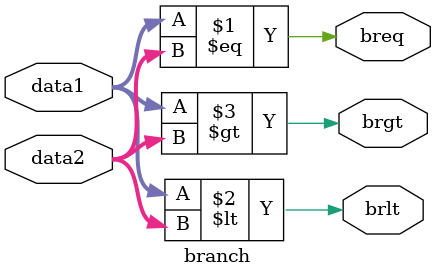
<source format=v>
module branch(
    input[31:0] data1,
    input[31:0] data2,

    output wire breq,
    output wire brlt,
    output wire brgt
);

assign breq = data1 == data2;
assign brlt = data1 < data2;
assign brgt = data1 > data2;

endmodule
</source>
